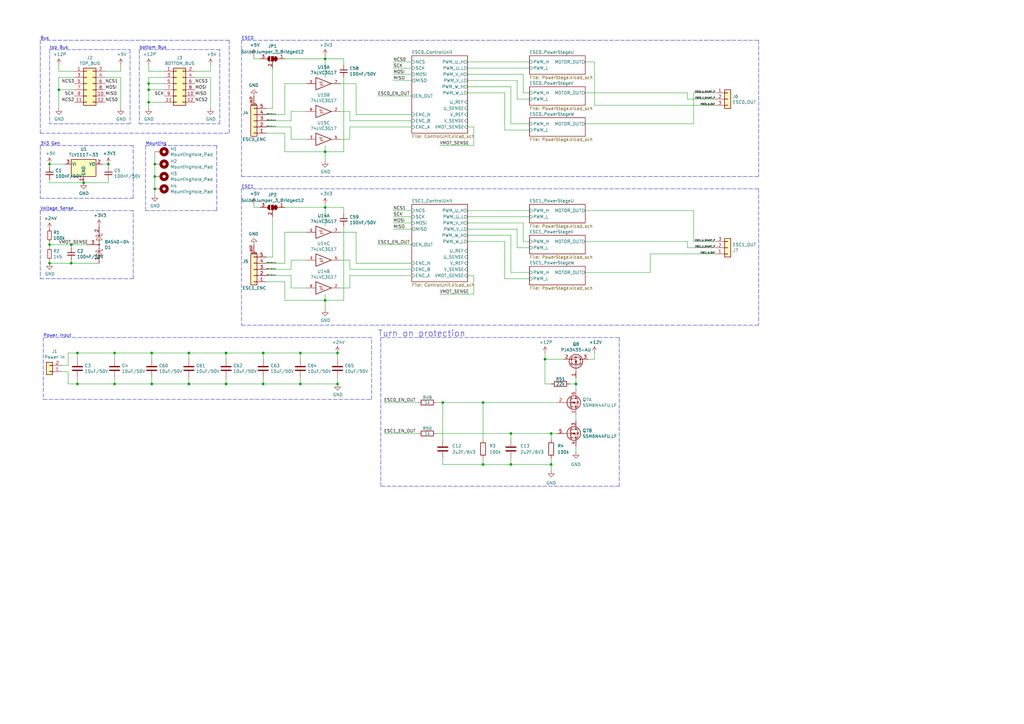
<source format=kicad_sch>
(kicad_sch (version 20211123) (generator eeschema)
  (paper "A3")
  (title_block (title "Asterix") (date "2021-02-06") (rev "2.4") (company "luhbots"))
  (lib_symbols
    (symbol "74xGxx:74LVC3G17" (pin_names (offset 1.016))
      (property "Reference" "U" (at -2.54 3.81 0))
      (property "Value" "74LVC3G17" (at 0 -3.81 0))
      (symbol "74LVC3G17_0_1"
        (pin power_in line (at 0 -2.54 270) (length 0) hide (name "GND") (number "4"))
        (pin power_in line (at 0 2.54 90) (length 0) hide (name "VCC") (number "8"))
      )
      (symbol "74LVC3G17_1_1"
        (pin input line (at -7.62 0 0) (length 3.81) (name "~") (number "1"))
        (pin output line (at 6.35 0 180) (length 3.81) (name "~") (number "7"))
      )
      (symbol "74LVC3G17_2_1"
        (pin output line (at 6.35 0 180) (length 3.81) (name "~") (number "2"))
        (pin input line (at -7.62 0 0) (length 3.81) (name "~") (number "6"))
      )
      (symbol "74LVC3G17_3_1"
        (pin input line (at -7.62 0 0) (length 3.81) (name "~") (number "3"))
        (pin output line (at 6.35 0 180) (length 3.81) (name "~") (number "5"))
      )
    )
    (symbol "Connector_Generic:Conn_01x02" (pin_names (offset 1.016) hide)
      (property "Reference" "J" (at 0 2.54 0))
      (property "Value" "Conn_01x02" (at 0 -5.08 0))
      (symbol "Conn_01x02_1_1"
        (pin passive line (at -5.08 0 0) (length 3.81) (name "Pin_1") (number "1"))
        (pin passive line (at -5.08 -2.54 0) (length 3.81) (name "Pin_2") (number "2"))
      )
    )
    (symbol "Connector_Generic:Conn_01x03" (pin_names (offset 1.016) hide)
      (property "Reference" "J" (at 0 5.08 0))
      (property "Value" "Conn_01x03" (at 0 -5.08 0))
      (symbol "Conn_01x03_1_1"
        (pin passive line (at -5.08 2.54 0) (length 3.81) (name "Pin_1") (number "1"))
        (pin passive line (at -5.08 0 0) (length 3.81) (name "Pin_2") (number "2"))
        (pin passive line (at -5.08 -2.54 0) (length 3.81) (name "Pin_3") (number "3"))
      )
    )
    (symbol "Connector_Generic:Conn_02x06_Odd_Even" (pin_names (offset 1.016) hide)
      (property "Reference" "J" (at 1.27 7.62 0))
      (property "Value" "Conn_02x06_Odd_Even" (at 1.27 -10.16 0))
      (symbol "Conn_02x06_Odd_Even_1_1"
        (pin passive line (at -5.08 5.08 0) (length 3.81) (name "Pin_1") (number "1"))
        (pin passive line (at 7.62 -5.08 180) (length 3.81) (name "Pin_10") (number "10"))
        (pin passive line (at -5.08 -7.62 0) (length 3.81) (name "Pin_11") (number "11"))
        (pin passive line (at 7.62 -7.62 180) (length 3.81) (name "Pin_12") (number "12"))
        (pin passive line (at 7.62 5.08 180) (length 3.81) (name "Pin_2") (number "2"))
        (pin passive line (at -5.08 2.54 0) (length 3.81) (name "Pin_3") (number "3"))
        (pin passive line (at 7.62 2.54 180) (length 3.81) (name "Pin_4") (number "4"))
        (pin passive line (at -5.08 0 0) (length 3.81) (name "Pin_5") (number "5"))
        (pin passive line (at 7.62 0 180) (length 3.81) (name "Pin_6") (number "6"))
        (pin passive line (at -5.08 -2.54 0) (length 3.81) (name "Pin_7") (number "7"))
        (pin passive line (at 7.62 -2.54 180) (length 3.81) (name "Pin_8") (number "8"))
        (pin passive line (at -5.08 -5.08 0) (length 3.81) (name "Pin_9") (number "9"))
      )
    )
    (symbol "Connector_Generic_MountingPin:Conn_01x05_MountingPin" (pin_names (offset 1.016) hide)
      (property "Reference" "J" (at 0 7.62 0))
      (property "Value" "Conn_01x05_MountingPin" (at 1.27 -7.62 0))
      (symbol "Conn_01x05_MountingPin_1_1"
        (text "Mounting" (at 0 -6.731 0) (effects (font (size 0.381 0.381))))
        (pin passive line (at -5.08 5.08 0) (length 3.81) (name "Pin_1") (number "1"))
        (pin passive line (at -5.08 2.54 0) (length 3.81) (name "Pin_2") (number "2"))
        (pin passive line (at -5.08 0 0) (length 3.81) (name "Pin_3") (number "3"))
        (pin passive line (at -5.08 -2.54 0) (length 3.81) (name "Pin_4") (number "4"))
        (pin passive line (at -5.08 -5.08 0) (length 3.81) (name "Pin_5") (number "5"))
        (pin passive line (at 0 -10.16 90) (length 3.048) (name "MountPin") (number "MP"))
      )
    )
    (symbol "Device:C" (pin_numbers hide) (pin_names (offset 0.254))
      (property "Reference" "C" (at 0.635 2.54 0))
      (property "Value" "C" (at 0.635 -2.54 0))
      (symbol "C_1_1"
        (pin passive line (at 0 3.81 270) (length 2.794) (name "~") (number "1"))
        (pin passive line (at 0 -3.81 90) (length 2.794) (name "~") (number "2"))
      )
    )
    (symbol "Device:C_Small" (pin_numbers hide) (pin_names (offset 0.254) hide)
      (property "Reference" "C" (at 0.254 1.778 0))
      (property "Value" "C_Small" (at 0.254 -2.032 0))
      (symbol "C_Small_1_1"
        (pin passive line (at 0 2.54 270) (length 2.032) (name "~") (number "1"))
        (pin passive line (at 0 -2.54 90) (length 2.032) (name "~") (number "2"))
      )
    )
    (symbol "Device:Q_Dual_NMOS_S1G1D2S2G2D1" (pin_names (offset 0) hide)
      (property "Reference" "Q" (at 6.35 1.27 0))
      (property "Value" "Q_Dual_NMOS_S1G1D2S2G2D1" (at 19.05 -1.27 0))
      (symbol "Q_Dual_NMOS_S1G1D2S2G2D1_1_1"
        (pin passive line (at 2.54 -5.08 90) (length 2.54) (name "S") (number "1"))
        (pin input line (at -5.08 0 0) (length 2.54) (name "G") (number "2"))
        (pin passive line (at 2.54 5.08 270) (length 2.54) (name "D") (number "6"))
      )
      (symbol "Q_Dual_NMOS_S1G1D2S2G2D1_2_1"
        (pin passive line (at 2.54 5.08 270) (length 2.54) (name "D") (number "3"))
        (pin passive line (at 2.54 -5.08 90) (length 2.54) (name "S") (number "4"))
        (pin input line (at -5.08 0 0) (length 2.54) (name "G") (number "5"))
      )
    )
    (symbol "Device:Q_PMOS_GSD" (pin_names (offset 0) hide)
      (property "Reference" "Q" (at 5.08 1.27 0))
      (property "Value" "Q_PMOS_GSD" (at 5.08 -1.27 0))
      (symbol "Q_PMOS_GSD_1_1"
        (pin input line (at -5.08 0 0) (length 2.54) (name "G") (number "1"))
        (pin passive line (at 2.54 -5.08 90) (length 2.54) (name "S") (number "2"))
        (pin passive line (at 2.54 5.08 270) (length 2.54) (name "D") (number "3"))
      )
    )
    (symbol "Device:R" (pin_numbers hide) (pin_names (offset 0))
      (property "Reference" "R" (at 2.032 0 90))
      (property "Value" "R" (at 0 0 90))
      (symbol "R_1_1"
        (pin passive line (at 0 3.81 270) (length 1.27) (name "~") (number "1"))
        (pin passive line (at 0 -3.81 90) (length 1.27) (name "~") (number "2"))
      )
    )
    (symbol "Device:R_Small" (pin_numbers hide) (pin_names (offset 0.254) hide)
      (property "Reference" "R" (at 0.762 0.508 0))
      (property "Value" "R_Small" (at 0.762 -1.016 0))
      (symbol "R_Small_1_1"
        (pin passive line (at 0 2.54 270) (length 0.762) (name "~") (number "1"))
        (pin passive line (at 0 -2.54 90) (length 0.762) (name "~") (number "2"))
      )
    )
    (symbol "Diode:BAS40-04" (pin_names (offset 1.016))
      (property "Reference" "D" (at 0.635 -1.27 0))
      (property "Value" "BAS40-04" (at -6.35 5.715 0))
      (symbol "BAS40-04_1_1"
        (pin passive line (at -7.62 2.54 0) (length 3.81) (name "~") (number "1"))
        (pin passive line (at 7.62 2.54 180) (length 3.81) (name "~") (number "2"))
        (pin passive line (at 0 -2.54 90) (length 5.08) (name "~") (number "3"))
      )
    )
    (symbol "Jumper:SolderJumper_3_Bridged12" (pin_names (offset 0) hide)
      (property "Reference" "JP" (at -2.54 -2.54 0))
      (property "Value" "SolderJumper_3_Bridged12" (at 0 2.794 0))
      (symbol "SolderJumper_3_Bridged12_1_1"
        (pin passive line (at -5.08 0 0) (length 2.54) (name "A") (number "1"))
        (pin passive line (at 0 -3.81 90) (length 2.54) (name "C") (number "2"))
        (pin passive line (at 5.08 0 180) (length 2.54) (name "B") (number "3"))
      )
    )
    (symbol "Mechanical:MountingHole_Pad" (pin_numbers hide) (pin_names (offset 1.016) hide)
      (property "Reference" "H" (at 0 6.35 0))
      (property "Value" "MountingHole_Pad" (at 0 4.445 0))
      (symbol "MountingHole_Pad_1_1"
        (pin input line (at 0 -2.54 90) (length 2.54) (name "1") (number "1"))
      )
    )
    (symbol "Regulator_Linear:TLV1117-33" (pin_names (offset 0.254))
      (property "Reference" "U" (at -3.81 3.175 0))
      (property "Value" "TLV1117-33" (at 0 3.175 0))
      (symbol "TLV1117-33_1_1"
        (pin power_in line (at 0 -7.62 90) (length 2.54) (name "GND") (number "1"))
        (pin power_out line (at 7.62 0 180) (length 2.54) (name "VO") (number "2"))
        (pin power_in line (at -7.62 0 0) (length 2.54) (name "VI") (number "3"))
      )
    )
    (symbol "SolderJumper_3_Bridged12_1" (pin_names (offset 0) hide)
      (property "Reference" "JP" (at -2.54 -2.54 0))
      (property "Value" "SolderJumper_3_Bridged12_1" (at 0 2.794 0))
      (symbol "SolderJumper_3_Bridged12_1_1_1"
        (pin passive line (at -5.08 0 0) (length 2.54) (name "A") (number "1"))
        (pin passive line (at 0 -3.81 90) (length 2.54) (name "C") (number "2"))
        (pin passive line (at 5.08 0 180) (length 2.54) (name "B") (number "3"))
      )
    )
    (symbol "power:+12P" (power) (pin_names (offset 0))
      (property "Value" "+12P" (at 0 3.556 0))
      (symbol "+12P_1_1"
        (pin power_in line (at 0 0 90) (length 0) hide (name "+12P") (number "1"))
      )
    )
    (symbol "power:+12V" (power) (pin_names (offset 0))
      (property "Value" "+12V" (at 0 3.556 0))
      (symbol "+12V_1_1"
        (pin power_in line (at 0 0 90) (length 0) hide (name "+12V") (number "1"))
      )
    )
    (symbol "power:+24V" (power) (pin_names (offset 0))
      (property "Value" "+24V" (at 0 3.556 0))
      (symbol "+24V_1_1"
        (pin power_in line (at 0 0 90) (length 0) hide (name "+24V") (number "1"))
      )
    )
    (symbol "power:+3V3" (power) (pin_names (offset 0))
      (property "Value" "+3V3" (at 0 3.556 0))
      (symbol "+3V3_1_1"
        (pin power_in line (at 0 0 90) (length 0) hide (name "+3V3") (number "1"))
      )
    )
    (symbol "power:+5V" (power) (pin_names (offset 0))
      (property "Value" "+5V" (at 0 3.556 0))
      (symbol "+5V_1_1"
        (pin power_in line (at 0 0 90) (length 0) hide (name "+5V") (number "1"))
      )
    )
    (symbol "power:GND" (power) (pin_names (offset 0))
      (property "Value" "GND" (at 0 -3.81 0))
      (symbol "GND_1_1"
        (pin power_in line (at 0 0 270) (length 0) hide (name "GND") (number "1"))
      )
    )
  )
  (junction (at 60.96 36.83))
  (junction (at 223.52 147.32))
  (junction (at 29.21 107.95))
  (junction (at 63.5 72.39))
  (junction (at 31.75 157.48))
  (junction (at 198.12 190.5))
  (junction (at 29.21 100.33))
  (junction (at 24.13 36.83))
  (junction (at 209.55 190.5))
  (junction (at 226.06 177.8))
  (junction (at 77.47 157.48))
  (junction (at 20.32 100.33))
  (junction (at 62.23 157.48))
  (junction (at 62.23 144.78))
  (junction (at 133.35 123.19))
  (junction (at 44.45 67.31))
  (junction (at 92.71 144.78))
  (junction (at 107.95 144.78))
  (junction (at 20.32 67.31))
  (junction (at 123.19 157.48))
  (junction (at 31.75 144.78))
  (junction (at 63.5 67.31))
  (junction (at 181.61 165.1))
  (junction (at 226.06 190.5))
  (junction (at 46.99 144.78))
  (junction (at 34.29 74.93))
  (junction (at 138.43 157.48))
  (junction (at 20.32 107.95))
  (junction (at 60.96 34.29))
  (junction (at 77.47 144.78))
  (junction (at 138.43 144.78))
  (junction (at 133.35 85.09))
  (junction (at 107.95 157.48))
  (junction (at 46.99 157.48))
  (junction (at 60.96 41.91))
  (junction (at 236.22 157.48))
  (junction (at 123.19 144.78))
  (junction (at 209.55 177.8))
  (junction (at 133.35 24.13))
  (junction (at 133.35 62.23))
  (junction (at 63.5 77.47))
  (junction (at 198.12 165.1))
  (junction (at 92.71 157.48))
  (wire (pts (xy 123.19 147.32) (xy 123.19 144.78)))
  (wire (pts (xy 60.96 31.75) (xy 67.31 31.75)))
  (wire (pts (xy 60.96 44.45) (xy 60.96 41.91)))
  (wire (pts (xy 34.29 74.93) (xy 20.32 74.93)))
  (wire (pts (xy 146.05 34.29) (xy 139.7 34.29)))
  (wire (pts (xy 293.37 38.1) (xy 284.48 38.1)))
  (wire (pts (xy 181.61 165.1) (xy 181.61 180.34)))
  (polyline (pts (xy 99.06 16.51) (xy 311.15 16.51)))
  (wire (pts (xy 209.55 177.8) (xy 226.06 177.8)))
  (wire (pts (xy 133.35 62.23) (xy 133.35 66.04)))
  (wire (pts (xy 214.63 91.44) (xy 214.63 99.06)))
  (wire (pts (xy 133.35 22.86) (xy 133.35 24.13)))
  (wire (pts (xy 123.19 144.78) (xy 138.43 144.78)))
  (wire (pts (xy 284.48 38.1) (xy 284.48 50.8)))
  (wire (pts (xy 209.55 96.52) (xy 209.55 111.76)))
  (wire (pts (xy 140.97 24.13) (xy 133.35 24.13)))
  (wire (pts (xy 181.61 187.96) (xy 181.61 190.5)))
  (wire (pts (xy 27.94 144.78) (xy 31.75 144.78)))
  (wire (pts (xy 63.5 80.01) (xy 63.5 77.47)))
  (wire (pts (xy 143.51 45.72) (xy 143.51 49.53)))
  (wire (pts (xy 223.52 157.48) (xy 223.52 147.32)))
  (wire (pts (xy 240.03 86.36) (xy 284.48 86.36)))
  (polyline (pts (xy 90.17 20.32) (xy 57.15 20.32)))
  (wire (pts (xy 198.12 190.5) (xy 209.55 190.5)))
  (wire (pts (xy 140.97 26.67) (xy 140.97 24.13)))
  (wire (pts (xy 143.51 57.15) (xy 143.51 52.07)))
  (wire (pts (xy 209.55 177.8) (xy 209.55 180.34)))
  (wire (pts (xy 212.09 40.64) (xy 212.09 33.02)))
  (wire (pts (xy 293.37 99.06) (xy 284.48 99.06)))
  (wire (pts (xy 109.22 107.95) (xy 116.84 107.95)))
  (wire (pts (xy 31.75 144.78) (xy 46.99 144.78)))
  (wire (pts (xy 143.51 110.49) (xy 168.91 110.49)))
  (wire (pts (xy 133.35 83.82) (xy 133.35 85.09)))
  (wire (pts (xy 31.75 157.48) (xy 46.99 157.48)))
  (wire (pts (xy 104.14 24.13) (xy 106.68 24.13)))
  (wire (pts (xy 123.19 157.48) (xy 138.43 157.48)))
  (wire (pts (xy 80.01 31.75) (xy 86.36 31.75)))
  (wire (pts (xy 107.95 157.48) (xy 123.19 157.48)))
  (wire (pts (xy 191.77 30.48) (xy 214.63 30.48)))
  (wire (pts (xy 181.61 190.5) (xy 198.12 190.5)))
  (wire (pts (xy 29.21 100.33) (xy 20.32 100.33)))
  (polyline (pts (xy 152.4 163.83) (xy 152.4 138.43)))
  (wire (pts (xy 133.35 92.71) (xy 133.35 85.09)))
  (wire (pts (xy 67.31 29.21) (xy 60.96 29.21)))
  (polyline (pts (xy 93.98 16.51) (xy 16.51 16.51)))
  (wire (pts (xy 25.4 152.4) (xy 27.94 152.4)))
  (wire (pts (xy 139.7 118.11) (xy 143.51 118.11)))
  (polyline (pts (xy 17.78 138.43) (xy 17.78 163.83)))
  (wire (pts (xy 27.94 149.86) (xy 27.94 144.78)))
  (wire (pts (xy 191.77 91.44) (xy 214.63 91.44)))
  (wire (pts (xy 86.36 44.45) (xy 86.36 31.75)))
  (wire (pts (xy 191.77 35.56) (xy 209.55 35.56)))
  (wire (pts (xy 154.94 39.37) (xy 168.91 39.37)))
  (wire (pts (xy 109.22 52.07) (xy 119.38 52.07)))
  (wire (pts (xy 44.45 73.66) (xy 44.45 74.93)))
  (wire (pts (xy 243.84 147.32) (xy 241.3 147.32)))
  (wire (pts (xy 111.76 44.45) (xy 109.22 44.45)))
  (wire (pts (xy 293.37 101.6) (xy 281.94 101.6)))
  (wire (pts (xy 223.52 147.32) (xy 231.14 147.32)))
  (polyline (pts (xy 156.21 138.43) (xy 254 138.43)))
  (wire (pts (xy 146.05 107.95) (xy 168.91 107.95)))
  (wire (pts (xy 140.97 62.23) (xy 133.35 62.23)))
  (wire (pts (xy 217.17 114.3) (xy 207.01 114.3)))
  (wire (pts (xy 236.22 182.88) (xy 236.22 185.42)))
  (wire (pts (xy 209.55 187.96) (xy 209.55 190.5)))
  (wire (pts (xy 49.53 44.45) (xy 49.53 31.75)))
  (polyline (pts (xy 16.51 59.69) (xy 16.51 81.28)))
  (wire (pts (xy 107.95 147.32) (xy 107.95 144.78)))
  (wire (pts (xy 226.06 193.04) (xy 226.06 190.5)))
  (wire (pts (xy 133.35 85.09) (xy 140.97 85.09)))
  (wire (pts (xy 217.17 53.34) (xy 207.01 53.34)))
  (wire (pts (xy 179.07 177.8) (xy 209.55 177.8)))
  (wire (pts (xy 119.38 113.03) (xy 119.38 118.11)))
  (wire (pts (xy 212.09 93.98) (xy 191.77 93.98)))
  (wire (pts (xy 119.38 45.72) (xy 125.73 45.72)))
  (polyline (pts (xy 152.4 138.43) (xy 17.78 138.43)))
  (wire (pts (xy 62.23 154.94) (xy 62.23 157.48)))
  (wire (pts (xy 111.76 27.94) (xy 111.76 44.45)))
  (wire (pts (xy 116.84 24.13) (xy 133.35 24.13)))
  (wire (pts (xy 111.76 88.9) (xy 111.76 105.41)))
  (wire (pts (xy 293.37 40.64) (xy 281.94 40.64)))
  (polyline (pts (xy 16.51 16.51) (xy 16.51 54.61)))
  (wire (pts (xy 67.31 41.91) (xy 60.96 41.91)))
  (wire (pts (xy 60.96 41.91) (xy 60.96 36.83)))
  (wire (pts (xy 62.23 144.78) (xy 77.47 144.78)))
  (polyline (pts (xy 99.06 77.47) (xy 311.15 77.47)))
  (polyline (pts (xy 16.51 81.28) (xy 54.61 81.28)))
  (wire (pts (xy 107.95 154.94) (xy 107.95 157.48)))
  (wire (pts (xy 60.96 34.29) (xy 60.96 31.75)))
  (wire (pts (xy 181.61 165.1) (xy 198.12 165.1)))
  (polyline (pts (xy 57.15 50.8) (xy 90.17 50.8)))
  (wire (pts (xy 24.13 31.75) (xy 30.48 31.75)))
  (wire (pts (xy 123.19 154.94) (xy 123.19 157.48)))
  (wire (pts (xy 194.31 113.03) (xy 191.77 113.03)))
  (polyline (pts (xy 16.51 86.36) (xy 16.51 114.3)))
  (wire (pts (xy 217.17 40.64) (xy 212.09 40.64)))
  (wire (pts (xy 243.84 144.78) (xy 243.84 147.32)))
  (polyline (pts (xy 54.61 59.69) (xy 16.51 59.69)))
  (wire (pts (xy 63.5 67.31) (xy 63.5 62.23)))
  (wire (pts (xy 46.99 147.32) (xy 46.99 144.78)))
  (polyline (pts (xy 59.69 86.36) (xy 88.9 86.36)))
  (wire (pts (xy 77.47 147.32) (xy 77.47 144.78)))
  (polyline (pts (xy 88.9 59.69) (xy 59.69 59.69)))
  (wire (pts (xy 49.53 29.21) (xy 43.18 29.21)))
  (wire (pts (xy 27.94 157.48) (xy 31.75 157.48)))
  (wire (pts (xy 143.51 118.11) (xy 143.51 113.03)))
  (wire (pts (xy 63.5 77.47) (xy 63.5 72.39)))
  (wire (pts (xy 133.35 62.23) (xy 116.84 62.23)))
  (wire (pts (xy 191.77 96.52) (xy 209.55 96.52)))
  (wire (pts (xy 119.38 49.53) (xy 119.38 45.72)))
  (wire (pts (xy 214.63 99.06) (xy 217.17 99.06)))
  (wire (pts (xy 226.06 177.8) (xy 228.6 177.8)))
  (wire (pts (xy 236.22 157.48) (xy 236.22 154.94)))
  (wire (pts (xy 198.12 165.1) (xy 198.12 180.34)))
  (wire (pts (xy 24.13 29.21) (xy 24.13 26.67)))
  (wire (pts (xy 119.38 52.07) (xy 119.38 57.15)))
  (wire (pts (xy 240.03 111.76) (xy 266.7 111.76)))
  (wire (pts (xy 41.91 67.31) (xy 44.45 67.31)))
  (wire (pts (xy 161.29 93.98) (xy 168.91 93.98)))
  (polyline (pts (xy 20.32 20.32) (xy 53.34 20.32)))
  (wire (pts (xy 243.84 25.4) (xy 243.84 43.18)))
  (wire (pts (xy 27.94 152.4) (xy 27.94 157.48)))
  (polyline (pts (xy 254 138.43) (xy 254 199.39)))
  (wire (pts (xy 143.51 106.68) (xy 143.51 110.49)))
  (wire (pts (xy 194.31 52.07) (xy 191.77 52.07)))
  (wire (pts (xy 80.01 29.21) (xy 86.36 29.21)))
  (wire (pts (xy 20.32 106.68) (xy 20.32 107.95)))
  (wire (pts (xy 109.22 46.99) (xy 116.84 46.99)))
  (wire (pts (xy 154.94 100.33) (xy 168.91 100.33)))
  (wire (pts (xy 77.47 144.78) (xy 92.71 144.78)))
  (wire (pts (xy 29.21 101.6) (xy 29.21 100.33)))
  (wire (pts (xy 116.84 46.99) (xy 116.84 34.29)))
  (wire (pts (xy 266.7 111.76) (xy 266.7 104.14)))
  (polyline (pts (xy 99.06 16.51) (xy 99.06 72.39)))
  (wire (pts (xy 191.77 86.36) (xy 217.17 86.36)))
  (wire (pts (xy 191.77 25.4) (xy 217.17 25.4)))
  (wire (pts (xy 194.31 120.65) (xy 194.31 113.03)))
  (polyline (pts (xy 311.15 16.51) (xy 311.15 72.39)))
  (wire (pts (xy 214.63 30.48) (xy 214.63 38.1)))
  (wire (pts (xy 240.03 25.4) (xy 243.84 25.4)))
  (wire (pts (xy 92.71 157.48) (xy 92.71 154.94)))
  (wire (pts (xy 209.55 190.5) (xy 226.06 190.5)))
  (wire (pts (xy 236.22 170.18) (xy 236.22 172.72)))
  (wire (pts (xy 138.43 144.78) (xy 138.43 147.32)))
  (wire (pts (xy 198.12 165.1) (xy 228.6 165.1)))
  (polyline (pts (xy 156.21 138.43) (xy 156.21 199.39)))
  (wire (pts (xy 209.55 35.56) (xy 209.55 50.8)))
  (polyline (pts (xy 311.15 77.47) (xy 311.15 133.35)))
  (wire (pts (xy 161.29 27.94) (xy 168.91 27.94)))
  (wire (pts (xy 46.99 154.94) (xy 46.99 157.48)))
  (wire (pts (xy 226.06 157.48) (xy 223.52 157.48)))
  (wire (pts (xy 116.84 115.57) (xy 116.84 123.19)))
  (wire (pts (xy 133.35 59.69) (xy 133.35 62.23)))
  (wire (pts (xy 191.77 88.9) (xy 217.17 88.9)))
  (wire (pts (xy 116.84 107.95) (xy 116.84 95.25)))
  (polyline (pts (xy 99.06 72.39) (xy 311.15 72.39)))
  (polyline (pts (xy 54.61 114.3) (xy 54.61 86.36)))
  (wire (pts (xy 104.14 83.82) (xy 104.14 85.09)))
  (wire (pts (xy 24.13 36.83) (xy 24.13 31.75)))
  (wire (pts (xy 24.13 36.83) (xy 30.48 36.83)))
  (wire (pts (xy 119.38 110.49) (xy 119.38 106.68)))
  (wire (pts (xy 31.75 154.94) (xy 31.75 157.48)))
  (wire (pts (xy 46.99 157.48) (xy 62.23 157.48)))
  (wire (pts (xy 240.03 99.06) (xy 281.94 99.06)))
  (wire (pts (xy 111.76 105.41) (xy 109.22 105.41)))
  (wire (pts (xy 109.22 54.61) (xy 116.84 54.61)))
  (wire (pts (xy 133.35 120.65) (xy 133.35 123.19)))
  (wire (pts (xy 92.71 144.78) (xy 107.95 144.78)))
  (wire (pts (xy 77.47 154.94) (xy 77.47 157.48)))
  (wire (pts (xy 138.43 157.48) (xy 138.43 154.94)))
  (wire (pts (xy 29.21 106.68) (xy 29.21 107.95)))
  (polyline (pts (xy 53.34 50.8) (xy 20.32 50.8)))
  (wire (pts (xy 209.55 50.8) (xy 217.17 50.8)))
  (wire (pts (xy 25.4 149.86) (xy 27.94 149.86)))
  (wire (pts (xy 116.84 95.25) (xy 125.73 95.25)))
  (wire (pts (xy 191.77 27.94) (xy 217.17 27.94)))
  (wire (pts (xy 214.63 38.1) (xy 217.17 38.1)))
  (wire (pts (xy 180.34 59.69) (xy 194.31 59.69)))
  (polyline (pts (xy 53.34 20.32) (xy 53.34 50.8)))
  (wire (pts (xy 207.01 53.34) (xy 207.01 38.1)))
  (wire (pts (xy 62.23 147.32) (xy 62.23 144.78)))
  (wire (pts (xy 146.05 46.99) (xy 168.91 46.99)))
  (wire (pts (xy 20.32 68.58) (xy 20.32 67.31)))
  (wire (pts (xy 139.7 57.15) (xy 143.51 57.15)))
  (wire (pts (xy 266.7 104.14) (xy 293.37 104.14)))
  (wire (pts (xy 62.23 157.48) (xy 77.47 157.48)))
  (wire (pts (xy 143.51 49.53) (xy 168.91 49.53)))
  (wire (pts (xy 198.12 187.96) (xy 198.12 190.5)))
  (polyline (pts (xy 59.69 59.69) (xy 59.69 86.36)))
  (wire (pts (xy 284.48 99.06) (xy 284.48 86.36)))
  (wire (pts (xy 139.7 45.72) (xy 143.51 45.72)))
  (wire (pts (xy 207.01 99.06) (xy 191.77 99.06)))
  (wire (pts (xy 116.84 62.23) (xy 116.84 54.61)))
  (wire (pts (xy 44.45 67.31) (xy 44.45 68.58)))
  (wire (pts (xy 20.32 74.93) (xy 20.32 73.66)))
  (polyline (pts (xy 99.06 133.35) (xy 311.15 133.35)))
  (wire (pts (xy 60.96 34.29) (xy 67.31 34.29)))
  (polyline (pts (xy 99.06 77.47) (xy 99.06 133.35)))
  (wire (pts (xy 143.51 52.07) (xy 168.91 52.07)))
  (polyline (pts (xy 93.98 54.61) (xy 93.98 16.51)))
  (wire (pts (xy 240.03 38.1) (xy 281.94 38.1)))
  (wire (pts (xy 143.51 113.03) (xy 168.91 113.03)))
  (wire (pts (xy 60.96 29.21) (xy 60.96 26.67)))
  (wire (pts (xy 140.97 92.71) (xy 140.97 123.19)))
  (wire (pts (xy 207.01 114.3) (xy 207.01 99.06)))
  (wire (pts (xy 233.68 157.48) (xy 236.22 157.48)))
  (wire (pts (xy 281.94 101.6) (xy 281.94 99.06)))
  (wire (pts (xy 60.96 36.83) (xy 60.96 34.29)))
  (wire (pts (xy 109.22 113.03) (xy 119.38 113.03)))
  (polyline (pts (xy 54.61 81.28) (xy 54.61 59.69)))
  (wire (pts (xy 140.97 85.09) (xy 140.97 87.63)))
  (wire (pts (xy 119.38 106.68) (xy 125.73 106.68)))
  (wire (pts (xy 49.53 31.75) (xy 43.18 31.75)))
  (wire (pts (xy 77.47 157.48) (xy 92.71 157.48)))
  (wire (pts (xy 31.75 144.78) (xy 31.75 147.32)))
  (wire (pts (xy 92.71 144.78) (xy 92.71 147.32)))
  (polyline (pts (xy 16.51 54.61) (xy 93.98 54.61)))
  (wire (pts (xy 140.97 31.75) (xy 140.97 62.23)))
  (wire (pts (xy 180.34 120.65) (xy 194.31 120.65)))
  (wire (pts (xy 194.31 59.69) (xy 194.31 52.07)))
  (wire (pts (xy 35.56 100.33) (xy 29.21 100.33)))
  (polyline (pts (xy 17.78 163.83) (xy 152.4 163.83)))
  (wire (pts (xy 168.91 86.36) (xy 161.29 86.36)))
  (wire (pts (xy 60.96 36.83) (xy 67.31 36.83)))
  (wire (pts (xy 157.48 177.8) (xy 171.45 177.8)))
  (wire (pts (xy 63.5 72.39) (xy 63.5 67.31)))
  (wire (pts (xy 226.06 187.96) (xy 226.06 190.5)))
  (wire (pts (xy 212.09 101.6) (xy 212.09 93.98)))
  (wire (pts (xy 161.29 88.9) (xy 168.91 88.9)))
  (polyline (pts (xy 57.15 20.32) (xy 57.15 50.8)))
  (wire (pts (xy 226.06 177.8) (xy 226.06 180.34)))
  (wire (pts (xy 20.32 67.31) (xy 26.67 67.31)))
  (wire (pts (xy 119.38 57.15) (xy 125.73 57.15)))
  (wire (pts (xy 146.05 46.99) (xy 146.05 34.29)))
  (wire (pts (xy 161.29 33.02) (xy 168.91 33.02)))
  (wire (pts (xy 24.13 44.45) (xy 24.13 36.83)))
  (wire (pts (xy 146.05 95.25) (xy 139.7 95.25)))
  (wire (pts (xy 236.22 157.48) (xy 236.22 160.02)))
  (wire (pts (xy 207.01 38.1) (xy 191.77 38.1)))
  (wire (pts (xy 109.22 110.49) (xy 119.38 110.49)))
  (polyline (pts (xy 254 199.39) (xy 156.21 199.39)))
  (wire (pts (xy 92.71 157.48) (xy 107.95 157.48)))
  (wire (pts (xy 104.14 85.09) (xy 106.68 85.09)))
  (wire (pts (xy 20.32 107.95) (xy 29.21 107.95)))
  (wire (pts (xy 217.17 101.6) (xy 212.09 101.6)))
  (wire (pts (xy 140.97 123.19) (xy 133.35 123.19)))
  (wire (pts (xy 107.95 144.78) (xy 123.19 144.78)))
  (wire (pts (xy 109.22 49.53) (xy 119.38 49.53)))
  (wire (pts (xy 139.7 106.68) (xy 143.51 106.68)))
  (wire (pts (xy 243.84 43.18) (xy 293.37 43.18)))
  (wire (pts (xy 281.94 40.64) (xy 281.94 38.1)))
  (polyline (pts (xy 54.61 86.36) (xy 16.51 86.36)))
  (polyline (pts (xy 16.51 114.3) (xy 54.61 114.3)))
  (wire (pts (xy 116.84 34.29) (xy 125.73 34.29)))
  (wire (pts (xy 30.48 29.21) (xy 24.13 29.21)))
  (wire (pts (xy 168.91 25.4) (xy 161.29 25.4)))
  (wire (pts (xy 119.38 118.11) (xy 125.73 118.11)))
  (wire (pts (xy 116.84 85.09) (xy 133.35 85.09)))
  (wire (pts (xy 240.03 50.8) (xy 284.48 50.8)))
  (polyline (pts (xy 90.17 50.8) (xy 90.17 20.32)))
  (wire (pts (xy 46.99 144.78) (xy 62.23 144.78)))
  (wire (pts (xy 116.84 123.19) (xy 133.35 123.19)))
  (wire (pts (xy 29.21 107.95) (xy 40.64 107.95)))
  (wire (pts (xy 44.45 74.93) (xy 34.29 74.93)))
  (wire (pts (xy 209.55 111.76) (xy 217.17 111.76)))
  (wire (pts (xy 20.32 100.33) (xy 20.32 99.06)))
  (wire (pts (xy 157.48 165.1) (xy 171.45 165.1)))
  (wire (pts (xy 104.14 22.86) (xy 104.14 24.13)))
  (wire (pts (xy 133.35 24.13) (xy 133.35 31.75)))
  (wire (pts (xy 146.05 107.95) (xy 146.05 95.25)))
  (wire (pts (xy 179.07 165.1) (xy 181.61 165.1)))
  (wire (pts (xy 212.09 33.02) (xy 191.77 33.02)))
  (wire (pts (xy 49.53 26.67) (xy 49.53 29.21)))
  (polyline (pts (xy 88.9 86.36) (xy 88.9 59.69)))
  (wire (pts (xy 133.35 123.19) (xy 133.35 127)))
  (polyline (pts (xy 20.32 20.32) (xy 20.32 50.8)))
  (wire (pts (xy 168.91 30.48) (xy 161.29 30.48)))
  (wire (pts (xy 223.52 144.78) (xy 223.52 147.32)))
  (wire (pts (xy 109.22 115.57) (xy 116.84 115.57)))
  (wire (pts (xy 20.32 101.6) (xy 20.32 100.33)))
  (wire (pts (xy 86.36 26.67) (xy 86.36 29.21)))
  (wire (pts (xy 168.91 91.44) (xy 161.29 91.44)))
  (text "ESC0" (at 99.06 16.51 0) (effects (font (size 1.27 1.27)) (justify left bottom)))
  (text "3V3 Gen" (at 16.51 59.69 0) (effects (font (size 1.27 1.27)) (justify left bottom)))
  (text "Turn on protection" (at 154.94 138.43 0) (effects (font (size 2.54 2.54)) (justify left bottom)))
  (text "Mounting" (at 59.69 59.69 0) (effects (font (size 1.27 1.27)) (justify left bottom)))
  (text "ESC1" (at 99.06 77.47 0) (effects (font (size 1.27 1.27)) (justify left bottom)))
  (text "Bus" (at 16.51 16.51 0) (effects (font (size 1.27 1.27)) (justify left bottom)))
  (text "top Bus" (at 20.32 20.32 0) (effects (font (size 1.27 1.27)) (justify left bottom)))
  (text "Voltage Sense" (at 16.51 86.36 0) (effects (font (size 1.27 1.27)) (justify left bottom)))
  (text "Power Input" (at 17.78 138.43 0) (effects (font (size 1.27 1.27)) (justify left bottom)))
  (text "bottom Bus" (at 57.15 20.32 0) (effects (font (size 1.27 1.27)) (justify left bottom)))
  (label "MOSI" (at 43.18 36.83 0))
  (label "MISO" (at 43.18 39.37 0))
  (label "NCS2" (at 80.01 41.91 0))
  (label "ESC0_ENC_N_IN" (at 109.22 46.99 0) (effects (font (size 0.3302 0.3302))))
  (label "SCK" (at 161.29 88.9 0))
  (label "ESC1_U_SHUNT_P" (at 293.37 99.06 180) (effects (font (size 0.635 0.635))))
  (label "ESC1_W_OUT" (at 293.37 104.14 180) (effects (font (size 0.635 0.635))))
  (label "SCK" (at 161.29 27.94 0))
  (label "NCS0" (at 43.18 41.91 0))
  (label "ESC1_EN_OUT" (at 154.94 100.33 0))
  (label "ESC0_EN_OUT" (at 157.48 165.1 0))
  (label "ESC0_ENC_B_IN" (at 109.22 49.53 0) (effects (font (size 0.3302 0.3302))))
  (label "NCS0" (at 161.29 25.4 0))
  (label "MISO" (at 80.01 39.37 0))
  (label "ESC0_EN_OUT" (at 154.94 39.37 0))
  (label "VMOT_SENSE" (at 180.34 120.65 0))
  (label "VMOT_SENSE" (at 180.34 59.69 0))
  (label "ESC1_ENC_B_IN" (at 109.22 110.49 0) (effects (font (size 0.3302 0.3302))))
  (label "MOSI" (at 80.01 36.83 0))
  (label "NCS1" (at 161.29 86.36 0))
  (label "ESC0_ENC_A_IN" (at 109.22 52.07 0) (effects (font (size 0.3302 0.3302))))
  (label "VMOT_SENSE" (at 24.13 100.33 0))
  (label "MISO" (at 161.29 93.98 0))
  (label "ESC1_ENC_N_IN" (at 109.22 107.95 0) (effects (font (size 0.3302 0.3302))))
  (label "MOSI" (at 161.29 91.44 0))
  (label "NCS3" (at 30.48 34.29 180))
  (label "ESC0_U_SHUNT_P" (at 293.37 38.1 180) (effects (font (size 0.635 0.635))))
  (label "NCS1" (at 43.18 34.29 0))
  (label "ESC0_W_OUT" (at 293.37 43.18 180) (effects (font (size 0.635 0.635))))
  (label "NCS2" (at 30.48 41.91 180))
  (label "MISO" (at 161.29 33.02 0))
  (label "NCS3" (at 80.01 34.29 0))
  (label "SCK" (at 30.48 39.37 180))
  (label "SCK" (at 67.31 39.37 180))
  (label "ESC1_ENC_A_IN" (at 109.22 113.03 0) (effects (font (size 0.3302 0.3302))))
  (label "ESC0_V_SHUNT_P" (at 293.37 40.64 180) (effects (font (size 0.635 0.635))))
  (label "ESC1_V_SHUNT_P" (at 293.37 101.6 180) (effects (font (size 0.635 0.635))))
  (label "ESC1_EN_OUT" (at 157.48 177.8 0))
  (label "MOSI" (at 161.29 30.48 0))
  (symbol (lib_id "Connector_Generic:Conn_02x06_Odd_Even") (at 35.56 34.29 0) (unit 1)
    (property "Reference" "J2" (at 36.83 23.6982 0))
    (property "Value" "TOP_BUS" (at 36.83 26.0096 0))
    (property "Footprint" "Connector_PinHeader_2.54mm:PinHeader_2x06_P2.54mm_Vertical_SMD" (effects hide))
  )
  (symbol (lib_id "Connector_Generic:Conn_02x06_Odd_Even") (at 72.39 34.29 0) (unit 1) (in_bom no)
    (property "Reference" "J3" (at 73.66 23.6982 0))
    (property "Value" "BOTTOM_BUS" (at 73.66 26.0096 0))
    (property "Footprint" "Connector_PinSocket_2.54mm:PinSocket_2x06_P2.54mm_Vertical_SMD" (effects hide))
  )
  (symbol (lib_id "power:GND") (at 24.13 44.45 0) (unit 1)
    (property "Reference" "#PWR0101" (effects hide))
    (property "Value" "GND" (at 24.257 48.8442 0))
  )
  (symbol (lib_id "power:+12V") (at 243.84 144.78 0) (unit 1)
    (property "Reference" "#PWR0102" (effects hide))
    (property "Value" "+12V" (at 244.221 140.3858 0))
  )
  (symbol (lib_id "power:GND") (at 49.53 44.45 0) (unit 1)
    (property "Reference" "#PWR0103" (effects hide))
    (property "Value" "GND" (at 49.657 48.8442 0))
  )
  (symbol (lib_id "power:GND") (at 86.36 44.45 0) (unit 1)
    (property "Reference" "#PWR0104" (effects hide))
    (property "Value" "GND" (at 86.487 48.8442 0))
  )
  (symbol (lib_id "power:GND") (at 60.96 44.45 0) (unit 1)
    (property "Reference" "#PWR0105" (effects hide))
    (property "Value" "GND" (at 61.087 48.8442 0))
  )
  (symbol (lib_id "power:+5V") (at 86.36 26.67 0) (unit 1)
    (property "Reference" "#PWR0107" (effects hide))
    (property "Value" "+5V" (at 86.741 22.2758 0))
  )
  (symbol (lib_id "power:+5V") (at 49.53 26.67 0) (unit 1)
    (property "Reference" "#PWR0108" (effects hide))
    (property "Value" "+5V" (at 49.911 22.2758 0))
  )
  (symbol (lib_id "Connector_Generic:Conn_01x03") (at 298.45 40.64 0) (unit 1) (in_bom no)
    (property "Reference" "J6" (at 300.482 39.5732 0) (effects (justify left)))
    (property "Value" "ESC0_OUT" (at 300.482 41.8846 0) (effects (justify left)))
    (property "Footprint" "Connector_Molex:Molex_Micro-Fit_3.0_43650-0300_1x03_P3.00mm_Horizontal" (effects hide))
  )
  (symbol (lib_id "Connector_Generic:Conn_01x03") (at 298.45 101.6 0) (mirror x) (unit 1) (in_bom no)
    (property "Reference" "J7" (at 300.482 102.6668 0) (effects (justify left)))
    (property "Value" "ESC1_OUT" (at 300.482 100.3554 0) (effects (justify left)))
    (property "Footprint" "Connector_Molex:Molex_Micro-Fit_3.0_43650-0300_1x03_P3.00mm_Horizontal" (effects hide))
  )
  (symbol (lib_id "Regulator_Linear:TLV1117-33") (at 34.29 67.31 0) (unit 1)
    (property "Reference" "U1" (at 34.29 61.1632 0))
    (property "Value" "TLV1117-33" (at 34.29 63.4746 0))
    (property "Footprint" "Package_TO_SOT_SMD:SOT-223-3_TabPin2" (effects hide))
    (property "Datasheet" "http://www.ti.com/lit/ds/symlink/tlv1117.pdf" (effects hide))
  )
  (symbol (lib_id "Device:C_Small") (at 20.32 71.12 0) (unit 1)
    (property "Reference" "C1" (at 22.6568 69.9516 0) (effects (justify left)))
    (property "Value" "100nF/50V" (at 22.6568 72.263 0) (effects (justify left)))
    (property "Footprint" "Capacitor_SMD:C_0402_1005Metric" (effects hide))
  )
  (symbol (lib_id "Device:C_Small") (at 44.45 71.12 0) (unit 1)
    (property "Reference" "C5" (at 46.7868 69.9516 0) (effects (justify left)))
    (property "Value" "100nF/50V" (at 46.7868 72.263 0) (effects (justify left)))
    (property "Footprint" "Capacitor_SMD:C_0402_1005Metric" (effects hide))
  )
  (symbol (lib_id "power:GND") (at 34.29 74.93 0) (unit 1)
    (property "Reference" "#PWR0113" (effects hide))
    (property "Value" "GND" (at 34.417 79.3242 0))
  )
  (symbol (lib_id "power:+5V") (at 20.32 67.31 0) (unit 1)
    (property "Reference" "#PWR0114" (effects hide))
    (property "Value" "+5V" (at 20.701 62.9158 0))
  )
  (symbol (lib_id "power:+3V3") (at 44.45 67.31 0) (unit 1)
    (property "Reference" "#PWR0115" (effects hide))
    (property "Value" "+3V3" (at 44.831 62.9158 0))
  )
  (symbol (lib_id "Connector_Generic:Conn_01x02") (at 20.32 152.4 180) (unit 1) (in_bom no)
    (property "Reference" "J1" (at 22.4028 144.145 0))
    (property "Value" "Power In" (at 22.4028 146.4564 0))
    (property "Footprint" "Connector_Molex:Molex_Micro-Fit_3.0_43650-0200_1x02_P3.00mm_Horizontal" (effects hide))
  )
  (symbol (lib_id "power:+24V") (at 138.43 144.78 0) (unit 1)
    (property "Reference" "#PWR0116" (effects hide))
    (property "Value" "+24V" (at 138.811 140.3858 0))
  )
  (symbol (lib_id "power:GND") (at 138.43 157.48 0) (unit 1)
    (property "Reference" "#PWR0117" (effects hide))
    (property "Value" "GND" (at 138.557 161.8742 0))
  )
  (symbol (lib_id "Device:R_Small") (at 20.32 96.52 0) (unit 1)
    (property "Reference" "R1" (at 21.8186 95.3516 0) (effects (justify left)))
    (property "Value" "100k" (at 21.8186 97.663 0) (effects (justify left)))
    (property "Footprint" "Resistor_SMD:R_0402_1005Metric" (effects hide))
  )
  (symbol (lib_id "Device:R_Small") (at 20.32 104.14 0) (unit 1)
    (property "Reference" "R2" (at 21.8186 102.9716 0) (effects (justify left)))
    (property "Value" "1k5" (at 21.8186 105.283 0) (effects (justify left)))
    (property "Footprint" "Resistor_SMD:R_0402_1005Metric" (effects hide))
  )
  (symbol (lib_id "power:GND") (at 20.32 107.95 0) (unit 1)
    (property "Reference" "#PWR0118" (effects hide))
    (property "Value" "GND" (at 20.447 112.3442 0))
  )
  (symbol (lib_id "power:+24V") (at 20.32 93.98 0) (unit 1)
    (property "Reference" "#PWR0119" (effects hide))
    (property "Value" "+24V" (at 20.701 89.5858 0))
  )
  (symbol (lib_id "Device:C_Small") (at 29.21 104.14 0) (unit 1)
    (property "Reference" "C2" (at 31.5468 102.9716 0) (effects (justify left)))
    (property "Value" "100nF/50V" (at 31.5468 105.283 0) (effects (justify left)))
    (property "Footprint" "Capacitor_SMD:C_0402_1005Metric" (effects hide))
  )
  (symbol (lib_id "Diode:BAS40-04") (at 38.1 100.33 270) (mirror x) (unit 1)
    (property "Reference" "D1" (at 42.8752 101.4984 90) (effects (justify left)))
    (property "Value" "BAS40-04" (at 42.8752 99.187 90) (effects (justify left)))
    (property "Footprint" "Package_TO_SOT_SMD:SOT-23" (effects hide))
    (property "Datasheet" "http://www.vishay.com/docs/85701/bas40v.pdf" (effects hide))
  )
  (symbol (lib_id "power:+3V3") (at 40.64 92.71 0) (unit 1)
    (property "Reference" "#PWR0120" (effects hide))
    (property "Value" "+3V3" (at 41.021 88.3158 0))
  )
  (symbol (lib_id "Mechanical:MountingHole_Pad") (at 66.04 62.23 270) (unit 1) (in_bom no)
    (property "Reference" "H1" (at 69.85 61.0616 90) (effects (justify left)))
    (property "Value" "MountingHole_Pad" (at 69.85 63.373 90) (effects (justify left)))
    (property "Footprint" "MountingHole:MountingHole_3.2mm_M3_DIN965_Pad" (effects hide))
  )
  (symbol (lib_id "Mechanical:MountingHole_Pad") (at 66.04 67.31 270) (unit 1) (in_bom no)
    (property "Reference" "H2" (at 69.85 66.1416 90) (effects (justify left)))
    (property "Value" "MountingHole_Pad" (at 69.85 68.453 90) (effects (justify left)))
    (property "Footprint" "MountingHole:MountingHole_3.2mm_M3_DIN965_Pad" (effects hide))
  )
  (symbol (lib_id "Mechanical:MountingHole_Pad") (at 66.04 72.39 270) (unit 1) (in_bom no)
    (property "Reference" "H3" (at 69.85 71.2216 90) (effects (justify left)))
    (property "Value" "MountingHole_Pad" (at 69.85 73.533 90) (effects (justify left)))
    (property "Footprint" "MountingHole:MountingHole_3.2mm_M3_DIN965_Pad" (effects hide))
  )
  (symbol (lib_id "Mechanical:MountingHole_Pad") (at 66.04 77.47 270) (unit 1) (in_bom no)
    (property "Reference" "H4" (at 69.85 76.3016 90) (effects (justify left)))
    (property "Value" "MountingHole_Pad" (at 69.85 78.613 90) (effects (justify left)))
    (property "Footprint" "MountingHole:MountingHole_3.2mm_M3_DIN965_Pad" (effects hide))
  )
  (symbol (lib_id "power:GND") (at 63.5 80.01 0) (unit 1)
    (property "Reference" "#PWR0121" (effects hide))
    (property "Value" "GND" (at 63.627 84.4042 0))
  )
  (symbol (lib_id "power:+3V3") (at 133.35 83.82 0) (unit 1)
    (property "Reference" "#PWR0109" (effects hide))
    (property "Value" "+3V3" (at 133.731 79.4258 0))
  )
  (symbol (lib_id "power:GND") (at 133.35 127 0) (unit 1)
    (property "Reference" "#PWR0110" (effects hide))
    (property "Value" "GND" (at 133.477 131.3942 0))
  )
  (symbol (lib_id "power:+3V3") (at 133.35 22.86 0) (unit 1)
    (property "Reference" "#PWR0111" (effects hide))
    (property "Value" "+3V3" (at 133.731 18.4658 0))
  )
  (symbol (lib_id "power:GND") (at 133.35 66.04 0) (unit 1)
    (property "Reference" "#PWR0112" (effects hide))
    (property "Value" "GND" (at 133.477 70.4342 0))
  )
  (symbol (lib_name "SolderJumper_3_Bridged12_1") (lib_id "Jumper:SolderJumper_3_Bridged12") (at 111.76 24.13 0) (mirror y) (unit 1) (in_bom no)
    (property "Reference" "JP1" (at 111.76 18.923 0))
    (property "Value" "SolderJumper_3_Bridged12" (at 111.76 21.2344 0))
    (property "Footprint" "Jumper:SolderJumper-3_P1.3mm_Bridged12_RoundedPad1.0x1.5mm" (effects hide))
  )
  (symbol (lib_id "power:+5V") (at 104.14 22.86 0) (unit 1)
    (property "Reference" "#PWR0200" (effects hide))
    (property "Value" "+5V" (at 104.521 18.4658 0))
  )
  (symbol (lib_id "Jumper:SolderJumper_3_Bridged12") (at 111.76 85.09 0) (mirror y) (unit 1) (in_bom no)
    (property "Reference" "JP2" (at 111.76 79.883 0))
    (property "Value" "SolderJumper_3_Bridged12" (at 111.76 82.1944 0))
    (property "Footprint" "Jumper:SolderJumper-3_P1.3mm_Bridged12_RoundedPad1.0x1.5mm" (effects hide))
  )
  (symbol (lib_id "power:+5V") (at 104.14 83.82 0) (unit 1)
    (property "Reference" "#PWR0201" (effects hide))
    (property "Value" "+5V" (at 104.521 79.4258 0))
  )
  (symbol (lib_id "74xGxx:74LVC3G17") (at 133.35 95.25 0) (unit 1)
    (property "Reference" "U14" (at 132.715 88.4682 0))
    (property "Value" "74LVC3G17" (at 132.715 90.7796 0))
    (property "Footprint" "Package_SO:VSSOP-8_2.3x2mm_P0.5mm" (effects hide))
    (property "Datasheet" "http://www.ti.com/lit/sg/scyt129e/scyt129e.pdf" (effects hide))
  )
  (symbol (lib_id "74xGxx:74LVC3G17") (at 133.35 118.11 0) (unit 2)
    (property "Reference" "U14" (at 132.715 111.3282 0))
    (property "Value" "74LVC3G17" (at 132.715 113.6396 0))
    (property "Footprint" "Package_SO:VSSOP-8_2.3x2mm_P0.5mm" (effects hide))
    (property "Datasheet" "http://www.ti.com/lit/sg/scyt129e/scyt129e.pdf" (effects hide))
  )
  (symbol (lib_id "74xGxx:74LVC3G17") (at 133.35 106.68 0) (unit 3)
    (property "Reference" "U14" (at 132.715 99.8982 0))
    (property "Value" "74LVC3G17" (at 132.715 102.2096 0))
    (property "Footprint" "Package_SO:VSSOP-8_2.3x2mm_P0.5mm" (effects hide))
    (property "Datasheet" "http://www.ti.com/lit/sg/scyt129e/scyt129e.pdf" (effects hide))
  )
  (symbol (lib_id "Device:C") (at 31.75 151.13 0) (unit 1)
    (property "Reference" "C3" (at 34.671 149.9616 0) (effects (justify left)))
    (property "Value" "10uF/50V" (at 34.671 152.273 0) (effects (justify left)))
    (property "Footprint" "Capacitor_SMD:C_1206_3216Metric" (effects hide))
  )
  (symbol (lib_id "Device:C") (at 46.99 151.13 0) (unit 1)
    (property "Reference" "C4" (at 49.911 149.9616 0) (effects (justify left)))
    (property "Value" "10uF/50V" (at 49.911 152.273 0) (effects (justify left)))
    (property "Footprint" "Capacitor_SMD:C_1206_3216Metric" (effects hide))
  )
  (symbol (lib_id "Device:C") (at 62.23 151.13 0) (unit 1)
    (property "Reference" "C60" (at 65.151 149.9616 0) (effects (justify left)))
    (property "Value" "10uF/50V" (at 65.151 152.273 0) (effects (justify left)))
    (property "Footprint" "Capacitor_SMD:C_1206_3216Metric" (effects hide))
  )
  (symbol (lib_id "Device:C") (at 77.47 151.13 0) (unit 1)
    (property "Reference" "C61" (at 80.391 149.9616 0) (effects (justify left)))
    (property "Value" "10uF/50V" (at 80.391 152.273 0) (effects (justify left)))
    (property "Footprint" "Capacitor_SMD:C_1206_3216Metric" (effects hide))
  )
  (symbol (lib_id "Device:C") (at 92.71 151.13 0) (unit 1)
    (property "Reference" "C62" (at 95.631 149.9616 0) (effects (justify left)))
    (property "Value" "10uF/50V" (at 95.631 152.273 0) (effects (justify left)))
    (property "Footprint" "Capacitor_SMD:C_1206_3216Metric" (effects hide))
  )
  (symbol (lib_id "Device:C_Small") (at 140.97 90.17 0) (unit 1)
    (property "Reference" "C59" (at 143.3068 89.0016 0) (effects (justify left)))
    (property "Value" "100nF/50V" (at 143.3068 91.313 0) (effects (justify left)))
    (property "Footprint" "Capacitor_SMD:C_0402_1005Metric" (effects hide))
  )
  (symbol (lib_id "74xGxx:74LVC3G17") (at 133.35 34.29 0) (unit 1)
    (property "Reference" "U15" (at 132.715 27.5082 0))
    (property "Value" "74LVC3G17" (at 132.715 29.8196 0))
    (property "Footprint" "Package_SO:VSSOP-8_2.3x2mm_P0.5mm" (effects hide))
    (property "Datasheet" "http://www.ti.com/lit/sg/scyt129e/scyt129e.pdf" (effects hide))
  )
  (symbol (lib_id "74xGxx:74LVC3G17") (at 133.35 45.72 0) (unit 2)
    (property "Reference" "U15" (at 132.715 38.9382 0))
    (property "Value" "74LVC3G17" (at 132.715 41.2496 0))
    (property "Footprint" "Package_SO:VSSOP-8_2.3x2mm_P0.5mm" (effects hide))
    (property "Datasheet" "http://www.ti.com/lit/sg/scyt129e/scyt129e.pdf" (effects hide))
  )
  (symbol (lib_id "74xGxx:74LVC3G17") (at 133.35 57.15 0) (unit 3)
    (property "Reference" "U15" (at 132.715 50.3682 0))
    (property "Value" "74LVC3G17" (at 132.715 52.6796 0))
    (property "Footprint" "Package_SO:VSSOP-8_2.3x2mm_P0.5mm" (effects hide))
    (property "Datasheet" "http://www.ti.com/lit/sg/scyt129e/scyt129e.pdf" (effects hide))
  )
  (symbol (lib_id "Device:C_Small") (at 140.97 29.21 0) (unit 1)
    (property "Reference" "C58" (at 143.3068 28.0416 0) (effects (justify left)))
    (property "Value" "100nF/50V" (at 143.3068 30.353 0) (effects (justify left)))
    (property "Footprint" "Capacitor_SMD:C_0402_1005Metric" (effects hide))
  )
  (symbol (lib_id "Device:C") (at 107.95 151.13 0) (unit 1)
    (property "Reference" "C63" (at 110.871 149.9616 0) (effects (justify left)))
    (property "Value" "10uF/50V" (at 110.871 152.273 0) (effects (justify left)))
    (property "Footprint" "Capacitor_SMD:C_1206_3216Metric" (effects hide))
  )
  (symbol (lib_id "Device:C") (at 123.19 151.13 0) (unit 1)
    (property "Reference" "C64" (at 126.111 149.9616 0) (effects (justify left)))
    (property "Value" "10uF/50V" (at 126.111 152.273 0) (effects (justify left)))
    (property "Footprint" "Capacitor_SMD:C_1206_3216Metric" (effects hide))
  )
  (symbol (lib_id "Device:C") (at 138.43 151.13 0) (unit 1)
    (property "Reference" "C65" (at 141.351 149.9616 0) (effects (justify left)))
    (property "Value" "10uF/50V" (at 141.351 152.273 0) (effects (justify left)))
    (property "Footprint" "Capacitor_SMD:C_1206_3216Metric" (effects hide))
  )
  (symbol (lib_id "Connector_Generic_MountingPin:Conn_01x05_MountingPin") (at 104.14 49.53 180) (unit 1)
    (property "Reference" "J4" (at 101.9048 46.2788 0) (effects (justify left)))
    (property "Value" "ESC0_ENC" (at 109.22 57.15 0) (effects (justify left)))
    (property "Footprint" "Connector_JST:JST_PH_S5B-PH-SM4-TB_1x05-1MP_P2.00mm_Horizontal" (effects hide))
  )
  (symbol (lib_id "power:GND") (at 104.14 39.37 180) (unit 1)
    (property "Reference" "#PWR0202" (effects hide))
    (property "Value" "GND" (at 104.013 34.9758 0))
  )
  (symbol (lib_id "Connector_Generic_MountingPin:Conn_01x05_MountingPin") (at 104.14 110.49 180) (unit 1)
    (property "Reference" "J5" (at 101.9048 107.2388 0) (effects (justify left)))
    (property "Value" "ESC1_ENC" (at 109.22 118.11 0) (effects (justify left)))
    (property "Footprint" "Connector_JST:JST_PH_S5B-PH-SM4-TB_1x05-1MP_P2.00mm_Horizontal" (effects hide))
  )
  (symbol (lib_id "power:GND") (at 104.14 100.33 180) (unit 1)
    (property "Reference" "#PWR0203" (effects hide))
    (property "Value" "GND" (at 104.013 95.9358 0))
  )
  (symbol (lib_id "Device:Q_PMOS_GSD") (at 236.22 149.86 270) (mirror x) (unit 1)
    (property "Reference" "Q8" (at 236.22 141.1732 90))
    (property "Value" "PJA3433-AU" (at 236.22 143.4846 90))
    (property "Footprint" "Package_TO_SOT_SMD:SOT-23" (effects hide))
  )
  (symbol (lib_id "power:+12P") (at 223.52 144.78 0) (unit 1)
    (property "Reference" "#PWR0106" (effects hide))
    (property "Value" "+12P" (at 223.901 140.3858 0))
  )
  (symbol (lib_id "power:+12P") (at 24.13 26.67 0) (unit 1)
    (property "Reference" "#PWR0204" (effects hide))
    (property "Value" "+12P" (at 24.511 22.2758 0))
  )
  (symbol (lib_id "power:+12P") (at 60.96 26.67 0) (unit 1)
    (property "Reference" "#PWR0205" (effects hide))
    (property "Value" "+12P" (at 61.341 22.2758 0))
  )
  (symbol (lib_id "Device:R") (at 229.87 157.48 90) (unit 1)
    (property "Reference" "R51" (at 229.87 155.448 90))
    (property "Value" "22k" (at 229.87 157.48 90))
    (property "Footprint" "Resistor_SMD:R_0402_1005Metric" (effects hide))
  )
  (symbol (lib_id "Device:Q_Dual_NMOS_S1G1D2S2G2D1") (at 233.68 165.1 0) (unit 1)
    (property "Reference" "Q7" (at 238.8616 163.9316 0) (effects (justify left)))
    (property "Value" "SSM6N44FU,LF" (at 238.8616 166.243 0) (effects (justify left)))
    (property "Footprint" "Package_TO_SOT_SMD:SOT-363_SC-70-6" (effects hide))
  )
  (symbol (lib_id "Device:Q_Dual_NMOS_S1G1D2S2G2D1") (at 233.68 177.8 0) (unit 2)
    (property "Reference" "Q7" (at 238.8616 176.6316 0) (effects (justify left)))
    (property "Value" "SSM6N44FU,LF" (at 238.8616 178.943 0) (effects (justify left)))
    (property "Footprint" "Package_TO_SOT_SMD:SOT-363_SC-70-6" (effects hide))
  )
  (symbol (lib_id "Device:R") (at 175.26 177.8 90) (unit 1)
    (property "Reference" "R50" (at 175.26 175.768 90))
    (property "Value" "1k" (at 175.26 177.8 90))
    (property "Footprint" "Resistor_SMD:R_0402_1005Metric" (effects hide))
  )
  (symbol (lib_id "Device:R") (at 175.26 165.1 90) (unit 1)
    (property "Reference" "R49" (at 175.26 163.068 90))
    (property "Value" "1k" (at 175.26 165.1 90))
    (property "Footprint" "Resistor_SMD:R_0402_1005Metric" (effects hide))
  )
  (symbol (lib_id "Device:C") (at 209.55 184.15 0) (unit 1)
    (property "Reference" "C13" (at 213.36 182.8799 0) (effects (justify left)))
    (property "Value" "2u2F/6V3" (at 213.36 185.4199 0) (effects (justify left)))
    (property "Footprint" "Capacitor_SMD:C_0402_1005Metric" (effects hide))
  )
  (symbol (lib_id "Device:R") (at 198.12 184.15 0) (unit 1)
    (property "Reference" "R3" (at 200.66 182.8799 0) (effects (justify left)))
    (property "Value" "100k" (at 200.66 185.4199 0) (effects (justify left)))
    (property "Footprint" "Resistor_SMD:R_0402_1005Metric" (effects hide))
  )
  (symbol (lib_id "power:GND") (at 226.06 193.04 0) (unit 1)
    (property "Reference" "#PWR0206" (effects hide))
    (property "Value" "GND" (at 226.06 198.12 0))
  )
  (symbol (lib_id "Device:C") (at 181.61 184.15 0) (unit 1)
    (property "Reference" "C12" (at 185.42 182.8799 0) (effects (justify left)))
    (property "Value" "2u2F/6V3" (at 185.42 185.4199 0) (effects (justify left)))
    (property "Footprint" "Capacitor_SMD:C_0402_1005Metric" (effects hide))
  )
  (symbol (lib_id "power:GND") (at 236.22 185.42 0) (unit 1)
    (property "Reference" "#PWR0209" (effects hide))
    (property "Value" "GND" (at 236.22 190.5 0))
  )
  (symbol (lib_id "Device:R") (at 226.06 184.15 0) (unit 1)
    (property "Reference" "R4" (at 228.6 182.8799 0) (effects (justify left)))
    (property "Value" "100k" (at 228.6 185.4199 0) (effects (justify left)))
    (property "Footprint" "Resistor_SMD:R_0402_1005Metric" (effects hide))
  )
  (sheet (at 168.91 22.86) (size 22.86 31.75)
    (property "Sheet name" "ESC0_ControlUnit" (at 168.91 22.1484 0) (effects (justify left bottom)))
    (property "Sheet file" "ControlUnit.kicad_sch" (at 168.91 55.1946 0) (effects (justify left top)))
    (pin "NCS" input (at 168.91 25.4 180))
    (pin "SCK" input (at 168.91 27.94 180))
    (pin "MOSI" input (at 168.91 30.48 180))
    (pin "ENC_N" input (at 168.91 46.99 180))
    (pin "ENC_B" input (at 168.91 49.53 180))
    (pin "ENC_A" input (at 168.91 52.07 180))
    (pin "MISO" output (at 168.91 33.02 180))
    (pin "PWM_U_H" output (at 191.77 25.4 0))
    (pin "PWM_U_L" output (at 191.77 27.94 0))
    (pin "PWM_V_H" output (at 191.77 30.48 0))
    (pin "PWM_V_L" output (at 191.77 33.02 0))
    (pin "PWM_W_H" output (at 191.77 35.56 0))
    (pin "PWM_W_L" output (at 191.77 38.1 0))
    (pin "U_SENSE" input (at 191.77 44.45 0))
    (pin "U_REF" input (at 191.77 41.91 0))
    (pin "V_SENSE" input (at 191.77 49.53 0))
    (pin "V_REF" input (at 191.77 46.99 0))
    (pin "VMOT_SENSE" input (at 191.77 52.07 0))
    (pin "EN_OUT" output (at 168.91 39.37 180))
  )
  (sheet (at 217.17 22.86) (size 22.86 7.62)
    (property "Sheet name" "ESC0_PowerStageU" (at 217.17 22.1484 0) (effects (justify left bottom)))
    (property "Sheet file" "PowerStage.kicad_sch" (at 217.17 31.0646 0) (effects (justify left top)))
    (pin "PWM_H" input (at 217.17 25.4 180))
    (pin "PWM_L" input (at 217.17 27.94 180))
    (pin "MOTOR_OUT" output (at 240.03 25.4 0))
  )
  (sheet (at 217.17 35.56) (size 22.86 7.62)
    (property "Sheet name" "ESC0_PowerStageV" (at 217.17 34.8484 0) (effects (justify left bottom)))
    (property "Sheet file" "PowerStage.kicad_sch" (at 217.17 43.7646 0) (effects (justify left top)))
    (pin "PWM_H" input (at 217.17 38.1 180))
    (pin "PWM_L" input (at 217.17 40.64 180))
    (pin "MOTOR_OUT" output (at 240.03 38.1 0))
  )
  (sheet (at 217.17 48.26) (size 22.86 7.62)
    (property "Sheet name" "ESC0_PowerStageW" (at 217.17 47.5484 0) (effects (justify left bottom)))
    (property "Sheet file" "PowerStage.kicad_sch" (at 217.17 56.4646 0) (effects (justify left top)))
    (pin "PWM_H" input (at 217.17 50.8 180))
    (pin "PWM_L" input (at 217.17 53.34 180))
    (pin "MOTOR_OUT" output (at 240.03 50.8 0))
  )
  (sheet (at 217.17 83.82) (size 22.86 7.62)
    (property "Sheet name" "ESC1_PowerStageU" (at 217.17 83.1084 0) (effects (justify left bottom)))
    (property "Sheet file" "PowerStage.kicad_sch" (at 217.17 92.0246 0) (effects (justify left top)))
    (pin "PWM_H" input (at 217.17 86.36 180))
    (pin "PWM_L" input (at 217.17 88.9 180))
    (pin "MOTOR_OUT" output (at 240.03 86.36 0))
  )
  (sheet (at 217.17 96.52) (size 22.86 7.62)
    (property "Sheet name" "ESC1_PowerStageV" (at 217.17 95.8084 0) (effects (justify left bottom)))
    (property "Sheet file" "PowerStage.kicad_sch" (at 217.17 104.7246 0) (effects (justify left top)))
    (pin "PWM_H" input (at 217.17 99.06 180))
    (pin "PWM_L" input (at 217.17 101.6 180))
    (pin "MOTOR_OUT" output (at 240.03 99.06 0))
  )
  (sheet (at 217.17 109.22) (size 22.86 7.62)
    (property "Sheet name" "ESC1_PowerStageW" (at 217.17 108.5084 0) (effects (justify left bottom)))
    (property "Sheet file" "PowerStage.kicad_sch" (at 217.17 117.4246 0) (effects (justify left top)))
    (pin "PWM_H" input (at 217.17 111.76 180))
    (pin "PWM_L" input (at 217.17 114.3 180))
    (pin "MOTOR_OUT" output (at 240.03 111.76 0))
  )
  (sheet (at 168.91 83.82) (size 22.86 31.75)
    (property "Sheet name" "ESC1_ControlUnit" (at 168.91 83.1084 0) (effects (justify left bottom)))
    (property "Sheet file" "ControlUnit.kicad_sch" (at 168.91 116.1546 0) (effects (justify left top)))
    (pin "NCS" input (at 168.91 86.36 180))
    (pin "SCK" input (at 168.91 88.9 180))
    (pin "MOSI" input (at 168.91 91.44 180))
    (pin "ENC_N" input (at 168.91 107.95 180))
    (pin "ENC_B" input (at 168.91 110.49 180))
    (pin "ENC_A" input (at 168.91 113.03 180))
    (pin "MISO" output (at 168.91 93.98 180))
    (pin "PWM_U_H" output (at 191.77 86.36 0))
    (pin "PWM_U_L" output (at 191.77 88.9 0))
    (pin "PWM_V_H" output (at 191.77 91.44 0))
    (pin "PWM_V_L" output (at 191.77 93.98 0))
    (pin "PWM_W_H" output (at 191.77 96.52 0))
    (pin "PWM_W_L" output (at 191.77 99.06 0))
    (pin "U_SENSE" input (at 191.77 105.41 0))
    (pin "U_REF" input (at 191.77 102.87 0))
    (pin "V_SENSE" input (at 191.77 110.49 0))
    (pin "V_REF" input (at 191.77 107.95 0))
    (pin "VMOT_SENSE" input (at 191.77 113.03 0))
    (pin "EN_OUT" output (at 168.91 100.33 180))
  )
)
</source>
